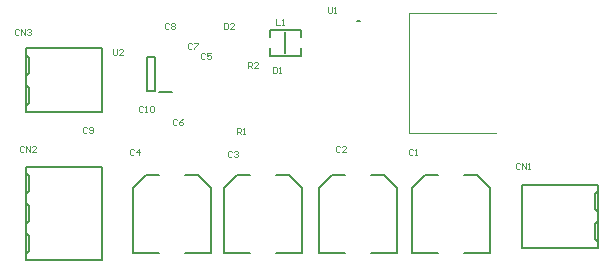
<source format=gto>
G04*
G04 #@! TF.GenerationSoftware,Altium Limited,Altium Designer,23.3.1 (30)*
G04*
G04 Layer_Color=65535*
%FSLAX25Y25*%
%MOIN*%
G70*
G04*
G04 #@! TF.SameCoordinates,276AF690-C454-4130-B770-83727FADBF24*
G04*
G04*
G04 #@! TF.FilePolarity,Positive*
G04*
G01*
G75*
%ADD10C,0.00787*%
%ADD11C,0.00591*%
%ADD12C,0.00394*%
%ADD13C,0.00400*%
D10*
X444870Y354323D02*
X445657D01*
X444870D01*
X417831Y277008D02*
X426492D01*
Y298661D01*
X422161Y302992D02*
X426492Y298661D01*
X417831Y302992D02*
X422161D01*
X400508Y277008D02*
X409169D01*
X400508D02*
Y298661D01*
X404839Y302992D01*
X409169D01*
X449331Y277008D02*
X457992D01*
Y298661D01*
X453661Y302992D02*
X457992Y298661D01*
X449331Y302992D02*
X453661D01*
X432008Y277008D02*
X440669D01*
X432008D02*
Y298661D01*
X436339Y302992D01*
X440669D01*
X378658Y330594D02*
X383185D01*
X377279Y330693D02*
Y342307D01*
X374721D02*
X377279D01*
X374721Y330693D02*
Y342307D01*
Y330693D02*
X377279D01*
X335500Y337000D02*
Y342000D01*
X334402Y343000D02*
X335500Y342000D01*
X334402Y336000D02*
X335500Y337000D01*
X334402Y326000D02*
X335500Y327000D01*
X334402Y333000D02*
X335500Y332000D01*
Y327000D02*
Y332000D01*
X359598Y324264D02*
Y345130D01*
X334402D02*
X359598D01*
X334402Y323870D02*
Y345130D01*
Y323870D02*
X359598D01*
Y324264D01*
X480331Y277008D02*
X488992D01*
Y298661D01*
X484661Y302992D02*
X488992Y298661D01*
X480331Y302992D02*
X484661D01*
X463008Y277008D02*
X471669D01*
X463008D02*
Y298661D01*
X467339Y302992D01*
X471669D01*
X387331Y277008D02*
X395992D01*
Y298661D01*
X391661Y302992D02*
X395992Y298661D01*
X387331Y302992D02*
X391661D01*
X370008Y277008D02*
X378669D01*
X370008D02*
Y298661D01*
X374339Y302992D01*
X378669D01*
X334402Y296500D02*
X335500Y297500D01*
X334402Y303500D02*
X335500Y302500D01*
Y297500D02*
Y302500D01*
Y287500D02*
Y292500D01*
X334402Y293500D02*
X335500Y292500D01*
X334402Y286500D02*
X335500Y287500D01*
X334402Y276500D02*
X335500Y277500D01*
X334402Y283500D02*
X335500Y282500D01*
Y277500D02*
Y282500D01*
X359598Y274764D02*
Y305630D01*
X334402D02*
X359598D01*
X334402Y274370D02*
Y305630D01*
Y274370D02*
X359598D01*
Y274764D01*
X524000Y281500D02*
Y286500D01*
Y281500D02*
X525098Y280500D01*
X524000Y286500D02*
X525098Y287500D01*
X524000Y296500D02*
X525098Y297500D01*
X524000Y291500D02*
X525098Y290500D01*
X524000Y291500D02*
Y296500D01*
X499902Y278370D02*
Y299236D01*
Y278370D02*
X525098D01*
Y299630D01*
X499902D02*
X525098D01*
X499902Y299236D02*
Y299630D01*
D11*
X420850Y343457D02*
Y350543D01*
X415732Y342669D02*
Y345031D01*
Y342669D02*
X425969D01*
Y345031D01*
Y348969D02*
Y351331D01*
X415732D02*
X425969D01*
X415732Y348969D02*
Y351331D01*
D12*
X462110Y357000D02*
X490933D01*
X462110Y317000D02*
Y357000D01*
Y317000D02*
X490933D01*
D13*
X417667Y355000D02*
Y353000D01*
X419000D01*
X419666D02*
X420333D01*
X420000D01*
Y355000D01*
X419666Y354666D01*
X363334Y345000D02*
Y343334D01*
X363667Y343000D01*
X364334D01*
X364667Y343334D01*
Y345000D01*
X366666Y343000D02*
X365333D01*
X366666Y344333D01*
Y344667D01*
X366333Y345000D01*
X365667D01*
X365333Y344667D01*
X435167Y359000D02*
Y357334D01*
X435500Y357000D01*
X436167D01*
X436500Y357334D01*
Y359000D01*
X437166Y357000D02*
X437833D01*
X437500D01*
Y359000D01*
X437166Y358666D01*
X408334Y338500D02*
Y340500D01*
X409334D01*
X409667Y340166D01*
Y339500D01*
X409334Y339167D01*
X408334D01*
X409000D02*
X409667Y338500D01*
X411666D02*
X410333D01*
X411666Y339833D01*
Y340166D01*
X411333Y340500D01*
X410667D01*
X410333Y340166D01*
X404667Y316500D02*
Y318500D01*
X405667D01*
X406000Y318166D01*
Y317500D01*
X405667Y317167D01*
X404667D01*
X405334D02*
X406000Y316500D01*
X406666D02*
X407333D01*
X407000D01*
Y318500D01*
X406666Y318166D01*
X400334Y353500D02*
Y351500D01*
X401334D01*
X401667Y351834D01*
Y353167D01*
X401334Y353500D01*
X400334D01*
X403666Y351500D02*
X402333D01*
X403666Y352833D01*
Y353167D01*
X403333Y353500D01*
X402667D01*
X402333Y353167D01*
X416667Y339000D02*
Y337000D01*
X417667D01*
X418000Y337334D01*
Y338667D01*
X417667Y339000D01*
X416667D01*
X418666Y337000D02*
X419333D01*
X419000D01*
Y339000D01*
X418666Y338667D01*
X332167Y351167D02*
X331834Y351500D01*
X331167D01*
X330834Y351167D01*
Y349834D01*
X331167Y349500D01*
X331834D01*
X332167Y349834D01*
X332834Y349500D02*
Y351500D01*
X334166Y349500D01*
Y351500D01*
X334833Y351167D02*
X335166Y351500D01*
X335833D01*
X336166Y351167D01*
Y350833D01*
X335833Y350500D01*
X335499D01*
X335833D01*
X336166Y350167D01*
Y349834D01*
X335833Y349500D01*
X335166D01*
X334833Y349834D01*
X333733Y312066D02*
X333400Y312399D01*
X332733D01*
X332400Y312066D01*
Y310733D01*
X332733Y310400D01*
X333400D01*
X333733Y310733D01*
X334399Y310400D02*
Y312399D01*
X335732Y310400D01*
Y312399D01*
X337732Y310400D02*
X336399D01*
X337732Y311733D01*
Y312066D01*
X337398Y312399D01*
X336732D01*
X336399Y312066D01*
X499233Y306466D02*
X498900Y306799D01*
X498233D01*
X497900Y306466D01*
Y305133D01*
X498233Y304800D01*
X498900D01*
X499233Y305133D01*
X499899Y304800D02*
Y306799D01*
X501232Y304800D01*
Y306799D01*
X501899Y304800D02*
X502565D01*
X502232D01*
Y306799D01*
X501899Y306466D01*
X373334Y325666D02*
X373001Y326000D01*
X372334D01*
X372001Y325666D01*
Y324334D01*
X372334Y324000D01*
X373001D01*
X373334Y324334D01*
X374000Y324000D02*
X374667D01*
X374333D01*
Y326000D01*
X374000Y325666D01*
X375666D02*
X375999Y326000D01*
X376666D01*
X376999Y325666D01*
Y324334D01*
X376666Y324000D01*
X375999D01*
X375666Y324334D01*
Y325666D01*
X354667Y318667D02*
X354334Y319000D01*
X353667D01*
X353334Y318667D01*
Y317334D01*
X353667Y317000D01*
X354334D01*
X354667Y317334D01*
X355333D02*
X355666Y317000D01*
X356333D01*
X356666Y317334D01*
Y318667D01*
X356333Y319000D01*
X355666D01*
X355333Y318667D01*
Y318333D01*
X355666Y318000D01*
X356666D01*
X382167Y353167D02*
X381834Y353500D01*
X381167D01*
X380834Y353167D01*
Y351834D01*
X381167Y351500D01*
X381834D01*
X382167Y351834D01*
X382833Y353167D02*
X383167Y353500D01*
X383833D01*
X384166Y353167D01*
Y352833D01*
X383833Y352500D01*
X384166Y352167D01*
Y351834D01*
X383833Y351500D01*
X383167D01*
X382833Y351834D01*
Y352167D01*
X383167Y352500D01*
X382833Y352833D01*
Y353167D01*
X383167Y352500D02*
X383833D01*
X389667Y346667D02*
X389334Y347000D01*
X388667D01*
X388334Y346667D01*
Y345334D01*
X388667Y345000D01*
X389334D01*
X389667Y345334D01*
X390333Y347000D02*
X391666D01*
Y346667D01*
X390333Y345334D01*
Y345000D01*
X384667Y321166D02*
X384334Y321500D01*
X383667D01*
X383334Y321166D01*
Y319834D01*
X383667Y319500D01*
X384334D01*
X384667Y319834D01*
X386666Y321500D02*
X386000Y321166D01*
X385333Y320500D01*
Y319834D01*
X385666Y319500D01*
X386333D01*
X386666Y319834D01*
Y320167D01*
X386333Y320500D01*
X385333D01*
X394167Y343166D02*
X393834Y343500D01*
X393167D01*
X392834Y343166D01*
Y341834D01*
X393167Y341500D01*
X393834D01*
X394167Y341834D01*
X396166Y343500D02*
X394833D01*
Y342500D01*
X395500Y342833D01*
X395833D01*
X396166Y342500D01*
Y341834D01*
X395833Y341500D01*
X395166D01*
X394833Y341834D01*
X370433Y311066D02*
X370100Y311399D01*
X369433D01*
X369100Y311066D01*
Y309733D01*
X369433Y309400D01*
X370100D01*
X370433Y309733D01*
X372099Y309400D02*
Y311399D01*
X371099Y310400D01*
X372432D01*
X403167Y310666D02*
X402834Y311000D01*
X402167D01*
X401834Y310666D01*
Y309334D01*
X402167Y309000D01*
X402834D01*
X403167Y309334D01*
X403833Y310666D02*
X404167Y311000D01*
X404833D01*
X405166Y310666D01*
Y310333D01*
X404833Y310000D01*
X404500D01*
X404833D01*
X405166Y309667D01*
Y309334D01*
X404833Y309000D01*
X404167D01*
X403833Y309334D01*
X439167Y312167D02*
X438834Y312500D01*
X438167D01*
X437834Y312167D01*
Y310834D01*
X438167Y310500D01*
X438834D01*
X439167Y310834D01*
X441166Y310500D02*
X439833D01*
X441166Y311833D01*
Y312167D01*
X440833Y312500D01*
X440167D01*
X439833Y312167D01*
X463433Y311066D02*
X463100Y311399D01*
X462433D01*
X462100Y311066D01*
Y309733D01*
X462433Y309400D01*
X463100D01*
X463433Y309733D01*
X464099Y309400D02*
X464766D01*
X464433D01*
Y311399D01*
X464099Y311066D01*
M02*

</source>
